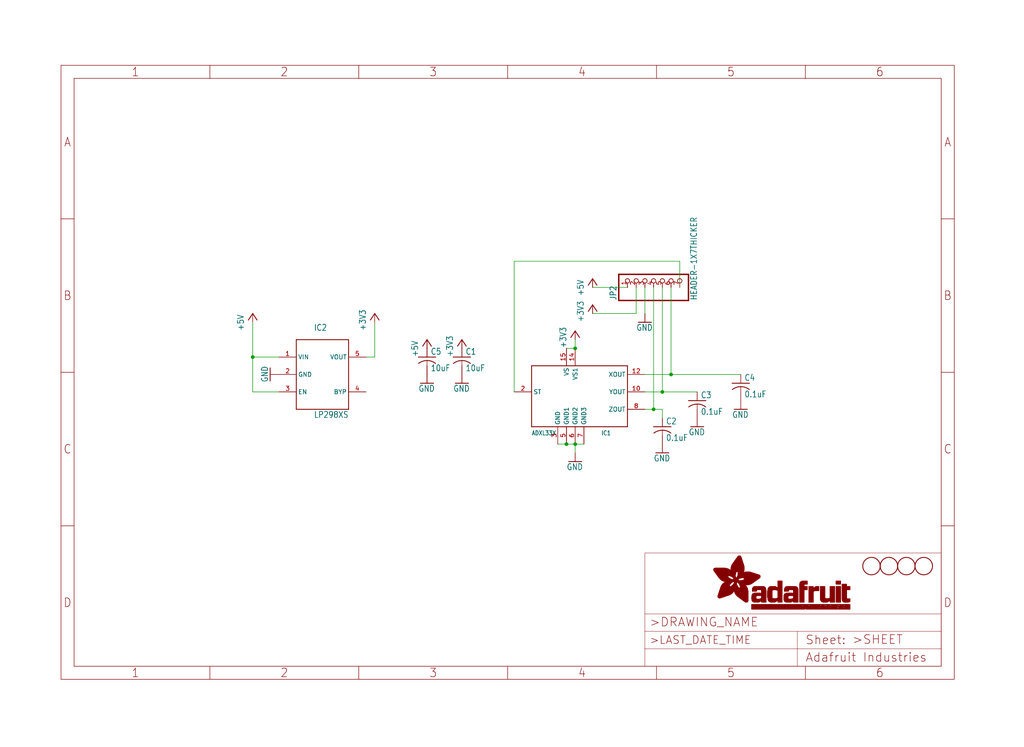
<source format=kicad_sch>
(kicad_sch (version 20211123) (generator eeschema)
  (paper "User" 298.45 217.881)
  (lib_symbols
    (symbol "eagleSchem-eagle-import:+3V3" (power)
      (property "Value" "+3V3" (at -2.54 -5.08 90))
      (symbol "+3V3_1_0"
        (pin power_in line (at 0 -2.54 90) (length 2.54) (name "+3V3") (number "1"))
      )
    )
    (symbol "eagleSchem-eagle-import:+5V" (power)
      (property "Value" "+5V" (at -2.54 -5.08 90))
      (symbol "+5V_1_0"
        (pin power_in line (at 0 -2.54 90) (length 2.54) (name "+5V") (number "1"))
      )
    )
    (symbol "eagleSchem-eagle-import:ADXL33X"
      (property "Value" "ADXL33X" (at -15.24 -10.16 0))
      (symbol "ADXL33X_1_0"
        (pin output line (at 17.78 2.54 180) (length 5.08) (name "YOUT") (number "10"))
        (pin output line (at 17.78 7.62 180) (length 5.08) (name "XOUT") (number "12"))
        (pin power_in line (at -2.54 15.24 270) (length 5.08) (name "VS1") (number "14"))
        (pin power_in line (at -5.08 15.24 270) (length 5.08) (name "VS") (number "15"))
        (pin input line (at -20.32 2.54 0) (length 5.08) (name "ST") (number "2"))
        (pin power_in line (at -7.62 -12.7 90) (length 5.08) (name "GND") (number "3"))
        (pin power_in line (at -5.08 -12.7 90) (length 5.08) (name "GND1") (number "5"))
        (pin power_in line (at -2.54 -12.7 90) (length 5.08) (name "GND2") (number "6"))
        (pin power_in line (at 0 -12.7 90) (length 5.08) (name "GND3") (number "7"))
        (pin output line (at 17.78 -2.54 180) (length 5.08) (name "ZOUT") (number "8"))
      )
    )
    (symbol "eagleSchem-eagle-import:C-USC0805K"
      (property "Reference" "C" (at 1.016 0.635 0))
      (property "Value" "C-USC0805K" (at 1.016 -4.191 0))
      (symbol "C-USC0805K_1_0"
        (pin passive line (at 0 2.54 270) (length 2.54) (name "1") (number "1"))
        (pin passive line (at 0 -5.08 90) (length 2.54) (name "2") (number "2"))
      )
    )
    (symbol "eagleSchem-eagle-import:FIDUCIAL")
    (symbol "eagleSchem-eagle-import:FRAME_A4_ADAFRUIT"
      (symbol "FRAME_A4_ADAFRUIT_0_0"
        (text "1" (at 21.6958 1.905 0) (effects (font (size 2.54 2.286))))
        (text "1" (at 21.6958 177.165 0) (effects (font (size 2.54 2.286))))
        (text "2" (at 65.0875 1.905 0) (effects (font (size 2.54 2.286))))
        (text "2" (at 65.0875 177.165 0) (effects (font (size 2.54 2.286))))
        (text "3" (at 108.4792 1.905 0) (effects (font (size 2.54 2.286))))
        (text "3" (at 108.4792 177.165 0) (effects (font (size 2.54 2.286))))
        (text "4" (at 151.8708 1.905 0) (effects (font (size 2.54 2.286))))
        (text "4" (at 151.8708 177.165 0) (effects (font (size 2.54 2.286))))
        (text "5" (at 195.2625 1.905 0) (effects (font (size 2.54 2.286))))
        (text "5" (at 195.2625 177.165 0) (effects (font (size 2.54 2.286))))
        (text "6" (at 238.6542 1.905 0) (effects (font (size 2.54 2.286))))
        (text "6" (at 238.6542 177.165 0) (effects (font (size 2.54 2.286))))
        (text "A" (at 1.905 156.6863 0) (effects (font (size 2.54 2.286))))
        (text "A" (at 258.445 156.6863 0) (effects (font (size 2.54 2.286))))
        (text "B" (at 1.905 111.9188 0) (effects (font (size 2.54 2.286))))
        (text "B" (at 258.445 111.9188 0) (effects (font (size 2.54 2.286))))
        (text "C" (at 1.905 67.1513 0) (effects (font (size 2.54 2.286))))
        (text "C" (at 258.445 67.1513 0) (effects (font (size 2.54 2.286))))
        (text "D" (at 1.905 22.3838 0) (effects (font (size 2.54 2.286))))
        (text "D" (at 258.445 22.3838 0) (effects (font (size 2.54 2.286))))
      )
      (symbol "FRAME_A4_ADAFRUIT_1_0"
        (text ">DRAWING_NAME" (at 171.45 15.24 0) (effects (font (size 2.54 2.54)) (justify left bottom)))
        (text ">LAST_DATE_TIME" (at 171.45 10.16 0) (effects (font (size 2.286 2.286)) (justify left bottom)))
        (text ">SHEET" (at 230.505 10.16 0) (effects (font (size 2.54 2.54)) (justify left bottom)))
        (text "Adafruit Industries" (at 216.916 4.953 0) (effects (font (size 2.54 2.54)) (justify left bottom)))
        (text "Sheet:" (at 216.916 10.033 0) (effects (font (size 2.54 2.54)) (justify left bottom)))
      )
    )
    (symbol "eagleSchem-eagle-import:GND" (power)
      (property "Value" "GND" (at -2.54 -2.54 0))
      (symbol "GND_1_0"
        (pin power_in line (at 0 2.54 270) (length 2.54) (name "GND") (number "1"))
      )
    )
    (symbol "eagleSchem-eagle-import:HEADER-1X7THICKER"
      (property "Reference" "JP" (at -6.35 10.795 0))
      (property "Value" "HEADER-1X7THICKER" (at -6.35 -12.7 0))
      (symbol "HEADER-1X7THICKER_1_0"
        (pin passive inverted (at -2.54 7.62 0) (length 2.54) (name "1") (number "1"))
        (pin passive inverted (at -2.54 5.08 0) (length 2.54) (name "2") (number "2"))
        (pin passive inverted (at -2.54 2.54 0) (length 2.54) (name "3") (number "3"))
        (pin passive inverted (at -2.54 0 0) (length 2.54) (name "4") (number "4"))
        (pin passive inverted (at -2.54 -2.54 0) (length 2.54) (name "5") (number "5"))
        (pin passive inverted (at -2.54 -5.08 0) (length 2.54) (name "6") (number "6"))
        (pin passive inverted (at -2.54 -7.62 0) (length 2.54) (name "7") (number "7"))
      )
    )
    (symbol "eagleSchem-eagle-import:LP298XS"
      (property "Reference" "IC" (at -12.7 -5.08 90))
      (property "Value" "LP298XS" (at 12.7 -5.08 90))
      (symbol "LP298XS_1_0"
        (pin bidirectional line (at -5.08 -15.24 90) (length 5.08) (name "VIN") (number "1"))
        (pin bidirectional line (at 0 -15.24 90) (length 5.08) (name "GND") (number "2"))
        (pin bidirectional line (at 5.08 -15.24 90) (length 5.08) (name "EN") (number "3"))
        (pin bidirectional line (at 5.08 10.16 270) (length 5.08) (name "BYP") (number "4"))
        (pin bidirectional line (at -5.08 10.16 270) (length 5.08) (name "VOUT") (number "5"))
      )
    )
    (symbol "eagleSchem-eagle-import:MOUNTINGHOLE2.0")
  )
  (junction (at 193.04 114.3))
  (junction (at 165.1 129.54))
  (junction (at 73.66 104.14))
  (junction (at 167.64 129.54))
  (junction (at 195.58 109.22))
  (junction (at 190.5 119.38))
  (junction (at 167.64 101.6))
  (wire (pts (xy 109.22 104.14) (xy 106.68 104.14)))
  (wire (pts (xy 185.42 91.44) (xy 185.42 83.82)))
  (wire (pts (xy 165.1 129.54) (xy 167.64 129.54)))
  (wire (pts (xy 190.5 119.38) (xy 190.5 83.82)))
  (wire (pts (xy 149.86 76.2) (xy 198.12 76.2)))
  (wire (pts (xy 198.12 76.2) (xy 198.12 83.82)))
  (wire (pts (xy 187.96 109.22) (xy 195.58 109.22)))
  (wire (pts (xy 73.66 104.14) (xy 81.28 104.14)))
  (wire (pts (xy 149.86 114.3) (xy 149.86 76.2)))
  (wire (pts (xy 73.66 93.98) (xy 73.66 104.14)))
  (wire (pts (xy 167.64 129.54) (xy 170.18 129.54)))
  (wire (pts (xy 167.64 101.6) (xy 167.64 99.06)))
  (wire (pts (xy 195.58 109.22) (xy 215.9 109.22)))
  (wire (pts (xy 162.56 129.54) (xy 165.1 129.54)))
  (wire (pts (xy 190.5 119.38) (xy 193.04 119.38)))
  (wire (pts (xy 193.04 114.3) (xy 193.04 83.82)))
  (wire (pts (xy 172.72 83.82) (xy 182.88 83.82)))
  (wire (pts (xy 109.22 93.98) (xy 109.22 104.14)))
  (wire (pts (xy 187.96 119.38) (xy 190.5 119.38)))
  (wire (pts (xy 167.64 132.08) (xy 167.64 129.54)))
  (wire (pts (xy 73.66 104.14) (xy 73.66 114.3)))
  (wire (pts (xy 195.58 109.22) (xy 195.58 83.82)))
  (wire (pts (xy 165.1 101.6) (xy 167.64 101.6)))
  (wire (pts (xy 172.72 91.44) (xy 185.42 91.44)))
  (wire (pts (xy 187.96 91.44) (xy 187.96 83.82)))
  (wire (pts (xy 73.66 114.3) (xy 81.28 114.3)))
  (wire (pts (xy 187.96 114.3) (xy 193.04 114.3)))
  (wire (pts (xy 193.04 114.3) (xy 203.2 114.3)))
  (wire (pts (xy 193.04 119.38) (xy 193.04 121.92)))
  (symbol (lib_id "eagleSchem-eagle-import:C-USC0805K") (at 215.9 111.76 0) (unit 1)
    (property "Reference" "C4" (at 216.916 111.125 0) (effects (font (size 1.778 1.5113)) (justify left bottom)))
    (property "Value" "0.1uF" (at 216.916 115.951 0) (effects (font (size 1.778 1.5113)) (justify left bottom)))
    (property "Footprint" "eagleSchem:C0805K" (effects hide))
  )
  (symbol (lib_id "eagleSchem-eagle-import:MOUNTINGHOLE2.0") (at 269.24 165.1 0) (unit 1)
    (property "Reference" "U$5" (effects hide))
    (property "Value" "MOUNTINGHOLE2.0" (effects hide))
    (property "Footprint" "eagleSchem:MOUNTINGHOLE_2.0_PLATED" (effects hide))
  )
  (symbol (lib_id "eagleSchem-eagle-import:C-USC0805K") (at 124.46 104.14 0) (unit 1)
    (property "Reference" "C5" (at 125.476 103.505 0) (effects (font (size 1.778 1.5113)) (justify left bottom)))
    (property "Value" "10uF" (at 125.476 108.331 0) (effects (font (size 1.778 1.5113)) (justify left bottom)))
    (property "Footprint" "eagleSchem:C0805K" (effects hide))
  )
  (symbol (lib_id "eagleSchem-eagle-import:+3V3") (at 109.22 91.44 0) (unit 1)
    (property "Reference" "#+3V1" (effects hide))
    (property "Value" "+3V3" (at 106.68 96.52 90) (effects (font (size 1.778 1.5113)) (justify left bottom)))
    (property "Footprint" "eagleSchem:" (effects hide))
  )
  (symbol (lib_id "eagleSchem-eagle-import:GND") (at 124.46 111.76 0) (unit 1)
    (property "Reference" "#GND8" (effects hide))
    (property "Value" "GND" (at 121.92 114.3 0) (effects (font (size 1.778 1.5113)) (justify left bottom)))
    (property "Footprint" "eagleSchem:" (effects hide))
  )
  (symbol (lib_id "eagleSchem-eagle-import:+5V") (at 172.72 81.28 0) (unit 1)
    (property "Reference" "#P+3" (effects hide))
    (property "Value" "+5V" (at 170.18 86.36 90) (effects (font (size 1.778 1.5113)) (justify left bottom)))
    (property "Footprint" "eagleSchem:" (effects hide))
  )
  (symbol (lib_id "eagleSchem-eagle-import:FRAME_A4_ADAFRUIT") (at 17.78 198.12 0) (unit 1)
    (property "Reference" "#U$3" (effects hide))
    (property "Value" "FRAME_A4_ADAFRUIT" (effects hide))
    (property "Footprint" "eagleSchem:" (effects hide))
  )
  (symbol (lib_id "eagleSchem-eagle-import:FIDUCIAL") (at 259.08 165.1 0) (unit 1)
    (property "Reference" "U$1" (effects hide))
    (property "Value" "FIDUCIAL" (effects hide))
    (property "Footprint" "eagleSchem:FIDUCIAL_1MM" (effects hide))
  )
  (symbol (lib_id "eagleSchem-eagle-import:GND") (at 134.62 111.76 0) (unit 1)
    (property "Reference" "#GND2" (effects hide))
    (property "Value" "GND" (at 132.08 114.3 0) (effects (font (size 1.778 1.5113)) (justify left bottom)))
    (property "Footprint" "eagleSchem:" (effects hide))
  )
  (symbol (lib_id "eagleSchem-eagle-import:C-USC0805K") (at 203.2 116.84 0) (unit 1)
    (property "Reference" "C3" (at 204.216 116.205 0) (effects (font (size 1.778 1.5113)) (justify left bottom)))
    (property "Value" "0.1uF" (at 204.216 121.031 0) (effects (font (size 1.778 1.5113)) (justify left bottom)))
    (property "Footprint" "eagleSchem:C0805K" (effects hide))
  )
  (symbol (lib_id "eagleSchem-eagle-import:C-USC0805K") (at 134.62 104.14 0) (unit 1)
    (property "Reference" "C1" (at 135.636 103.505 0) (effects (font (size 1.778 1.5113)) (justify left bottom)))
    (property "Value" "10uF" (at 135.636 108.331 0) (effects (font (size 1.778 1.5113)) (justify left bottom)))
    (property "Footprint" "eagleSchem:C0805K" (effects hide))
  )
  (symbol (lib_id "eagleSchem-eagle-import:+3V3") (at 167.64 96.52 0) (unit 1)
    (property "Reference" "#+3V3" (effects hide))
    (property "Value" "+3V3" (at 165.1 101.6 90) (effects (font (size 1.778 1.5113)) (justify left bottom)))
    (property "Footprint" "eagleSchem:" (effects hide))
  )
  (symbol (lib_id "eagleSchem-eagle-import:HEADER-1X7THICKER") (at 190.5 81.28 90) (unit 1)
    (property "Reference" "JP2" (at 179.705 87.63 0) (effects (font (size 1.778 1.5113)) (justify left bottom)))
    (property "Value" "HEADER-1X7THICKER" (at 203.2 87.63 0) (effects (font (size 1.778 1.5113)) (justify left bottom)))
    (property "Footprint" "eagleSchem:1X07_ROUND_76" (effects hide))
  )
  (symbol (lib_id "eagleSchem-eagle-import:GND") (at 215.9 119.38 0) (unit 1)
    (property "Reference" "#GND5" (effects hide))
    (property "Value" "GND" (at 213.36 121.92 0) (effects (font (size 1.778 1.5113)) (justify left bottom)))
    (property "Footprint" "eagleSchem:" (effects hide))
  )
  (symbol (lib_id "eagleSchem-eagle-import:+5V") (at 124.46 99.06 0) (unit 1)
    (property "Reference" "#P+2" (effects hide))
    (property "Value" "+5V" (at 121.92 104.14 90) (effects (font (size 1.778 1.5113)) (justify left bottom)))
    (property "Footprint" "eagleSchem:" (effects hide))
  )
  (symbol (lib_id "eagleSchem-eagle-import:FIDUCIAL") (at 254 165.1 0) (unit 1)
    (property "Reference" "U$2" (effects hide))
    (property "Value" "FIDUCIAL" (effects hide))
    (property "Footprint" "eagleSchem:FIDUCIAL_1MM" (effects hide))
  )
  (symbol (lib_id "eagleSchem-eagle-import:MOUNTINGHOLE2.0") (at 264.16 165.1 0) (unit 1)
    (property "Reference" "U$8" (effects hide))
    (property "Value" "MOUNTINGHOLE2.0" (effects hide))
    (property "Footprint" "eagleSchem:MOUNTINGHOLE_2.0_PLATED" (effects hide))
  )
  (symbol (lib_id "eagleSchem-eagle-import:LP298XS") (at 96.52 109.22 270) (unit 1)
    (property "Reference" "IC2" (at 91.44 96.52 90) (effects (font (size 1.778 1.5113)) (justify left bottom)))
    (property "Value" "LP298XS" (at 91.44 121.92 90) (effects (font (size 1.778 1.5113)) (justify left bottom)))
    (property "Footprint" "eagleSchem:SOT23-5L" (effects hide))
  )
  (symbol (lib_id "eagleSchem-eagle-import:GND") (at 187.96 93.98 0) (unit 1)
    (property "Reference" "#GND6" (effects hide))
    (property "Value" "GND" (at 185.42 96.52 0) (effects (font (size 1.778 1.5113)) (justify left bottom)))
    (property "Footprint" "eagleSchem:" (effects hide))
  )
  (symbol (lib_id "eagleSchem-eagle-import:GND") (at 78.74 109.22 270) (unit 1)
    (property "Reference" "#GND7" (effects hide))
    (property "Value" "GND" (at 76.2 106.68 0) (effects (font (size 1.778 1.5113)) (justify left bottom)))
    (property "Footprint" "eagleSchem:" (effects hide))
  )
  (symbol (lib_id "eagleSchem-eagle-import:ADXL33X") (at 170.18 116.84 0) (unit 1)
    (property "Reference" "IC1" (at 175.26 127 0) (effects (font (size 1.27 1.0795)) (justify left bottom)))
    (property "Value" "ADXL33X" (at 154.94 127 0) (effects (font (size 1.27 1.0795)) (justify left bottom)))
    (property "Footprint" "eagleSchem:16LCSP" (effects hide))
  )
  (symbol (lib_id "eagleSchem-eagle-import:GND") (at 203.2 124.46 0) (unit 1)
    (property "Reference" "#GND4" (effects hide))
    (property "Value" "GND" (at 200.66 127 0) (effects (font (size 1.778 1.5113)) (justify left bottom)))
    (property "Footprint" "eagleSchem:" (effects hide))
  )
  (symbol (lib_id "eagleSchem-eagle-import:C-USC0805K") (at 193.04 124.46 0) (unit 1)
    (property "Reference" "C2" (at 194.056 123.825 0) (effects (font (size 1.778 1.5113)) (justify left bottom)))
    (property "Value" "0.1uF" (at 194.056 128.651 0) (effects (font (size 1.778 1.5113)) (justify left bottom)))
    (property "Footprint" "eagleSchem:C0805K" (effects hide))
  )
  (symbol (lib_id "eagleSchem-eagle-import:GND") (at 193.04 132.08 0) (unit 1)
    (property "Reference" "#GND3" (effects hide))
    (property "Value" "GND" (at 190.5 134.62 0) (effects (font (size 1.778 1.5113)) (justify left bottom)))
    (property "Footprint" "eagleSchem:" (effects hide))
  )
  (symbol (lib_id "eagleSchem-eagle-import:GND") (at 167.64 134.62 0) (unit 1)
    (property "Reference" "#GND1" (effects hide))
    (property "Value" "GND" (at 165.1 137.16 0) (effects (font (size 1.778 1.5113)) (justify left bottom)))
    (property "Footprint" "eagleSchem:" (effects hide))
  )
  (symbol (lib_id "eagleSchem-eagle-import:+3V3") (at 134.62 99.06 0) (unit 1)
    (property "Reference" "#+3V2" (effects hide))
    (property "Value" "+3V3" (at 132.08 104.14 90) (effects (font (size 1.778 1.5113)) (justify left bottom)))
    (property "Footprint" "eagleSchem:" (effects hide))
  )
  (symbol (lib_id "eagleSchem-eagle-import:+5V") (at 73.66 91.44 0) (unit 1)
    (property "Reference" "#P+1" (effects hide))
    (property "Value" "+5V" (at 71.12 96.52 90) (effects (font (size 1.778 1.5113)) (justify left bottom)))
    (property "Footprint" "eagleSchem:" (effects hide))
  )
  (symbol (lib_id "eagleSchem-eagle-import:+3V3") (at 172.72 88.9 0) (unit 1)
    (property "Reference" "#+3V4" (effects hide))
    (property "Value" "+3V3" (at 170.18 93.98 90) (effects (font (size 1.778 1.5113)) (justify left bottom)))
    (property "Footprint" "eagleSchem:" (effects hide))
  )
)
</source>
